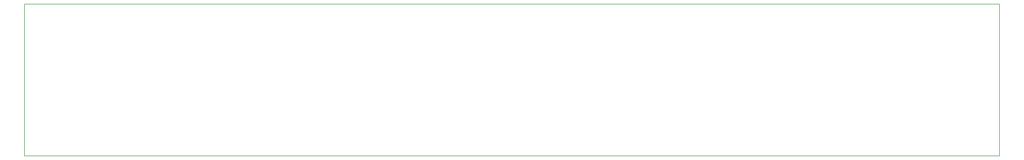
<source format=gko>
G04 #@! TF.FileFunction,Profile,NP*
%FSLAX46Y46*%
G04 Gerber Fmt 4.6, Leading zero omitted, Abs format (unit mm)*
G04 Created by KiCad (PCBNEW (2014-11-27 BZR 5304)-product) date 2015 February 14, Saturday 16:28:48*
%MOMM*%
G01*
G04 APERTURE LIST*
%ADD10C,0.100000*%
%ADD11C,0.150000*%
G04 APERTURE END LIST*
D10*
D11*
X370000000Y-112500000D02*
X50000000Y-112500000D01*
X370000000Y-112500000D02*
X370000000Y-162500000D01*
X50000000Y-162500000D02*
X370000000Y-162500000D01*
X50000000Y-112500000D02*
X50000000Y-162500000D01*
M02*

</source>
